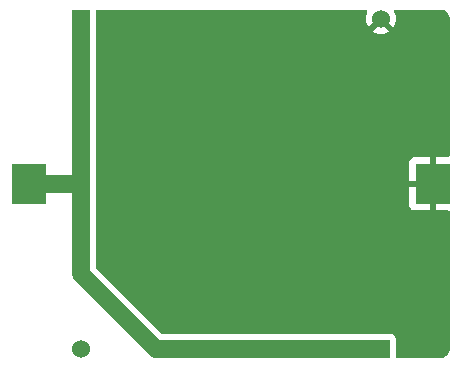
<source format=gbr>
%TF.GenerationSoftware,KiCad,Pcbnew,(6.0.2)*%
%TF.CreationDate,2022-05-23T22:39:05-07:00*%
%TF.ProjectId,Compaq_Portable_III_Battery,436f6d70-6171-45f5-906f-727461626c65,rev?*%
%TF.SameCoordinates,Original*%
%TF.FileFunction,Copper,L1,Top*%
%TF.FilePolarity,Positive*%
%FSLAX46Y46*%
G04 Gerber Fmt 4.6, Leading zero omitted, Abs format (unit mm)*
G04 Created by KiCad (PCBNEW (6.0.2)) date 2022-05-23 22:39:05*
%MOMM*%
%LPD*%
G01*
G04 APERTURE LIST*
%TA.AperFunction,ComponentPad*%
%ADD10C,1.524000*%
%TD*%
%TA.AperFunction,ComponentPad*%
%ADD11R,1.524000X1.524000*%
%TD*%
%TA.AperFunction,SMDPad,CuDef*%
%ADD12R,3.000000X3.500000*%
%TD*%
%TA.AperFunction,ViaPad*%
%ADD13C,0.800000*%
%TD*%
%TA.AperFunction,Conductor*%
%ADD14C,1.500000*%
%TD*%
%TA.AperFunction,Conductor*%
%ADD15C,0.250000*%
%TD*%
G04 APERTURE END LIST*
D10*
%TO.P,J2,1,Pin_1*%
%TO.N,GND*%
X133350000Y-77470000D03*
%TD*%
D11*
%TO.P,J1,1,Pin_1*%
%TO.N,VMEM*%
X107950000Y-77470000D03*
%TD*%
%TO.P,J4,1,Pin_1*%
%TO.N,VMEM*%
X133350000Y-105410000D03*
%TD*%
D10*
%TO.P,J3,1,Pin_1*%
%TO.N,GND*%
X107950000Y-105410000D03*
%TD*%
D12*
%TO.P,BT1,1,+*%
%TO.N,VMEM*%
X103550000Y-91440000D03*
%TO.P,BT1,2,-*%
%TO.N,GND*%
X137750000Y-91440000D03*
%TD*%
D13*
%TO.N,GND*%
X115570000Y-100330000D03*
X113030000Y-97790000D03*
X113030000Y-100330000D03*
X115570000Y-97790000D03*
%TD*%
D14*
%TO.N,VMEM*%
X114300000Y-105410000D02*
X133350000Y-105410000D01*
X107950000Y-99060000D02*
X114300000Y-105410000D01*
X107950000Y-91440000D02*
X107950000Y-99060000D01*
D15*
%TO.N,GND*%
X115570000Y-97790000D02*
X113030000Y-97790000D01*
X121920000Y-91440000D02*
X137750000Y-91440000D01*
X113030000Y-100330000D02*
X121920000Y-91440000D01*
D14*
%TO.N,VMEM*%
X107950000Y-91440000D02*
X103550000Y-91440000D01*
X107950000Y-77470000D02*
X107950000Y-91440000D01*
D15*
%TO.N,GND*%
X133350000Y-77470000D02*
X137750000Y-81870000D01*
X137750000Y-81870000D02*
X137750000Y-91440000D01*
%TD*%
%TA.AperFunction,Conductor*%
%TO.N,GND*%
G36*
X132174377Y-76728002D02*
G01*
X132220870Y-76781658D01*
X132230974Y-76851932D01*
X132220451Y-76887250D01*
X132154355Y-77028993D01*
X132150609Y-77039285D01*
X132095941Y-77243309D01*
X132094038Y-77254104D01*
X132075628Y-77464525D01*
X132075628Y-77475475D01*
X132094038Y-77685896D01*
X132095941Y-77696691D01*
X132150609Y-77900715D01*
X132154355Y-77911007D01*
X132243623Y-78102441D01*
X132249103Y-78111932D01*
X132279794Y-78155765D01*
X132290271Y-78164140D01*
X132303718Y-78157072D01*
X133260905Y-77199885D01*
X133323217Y-77165859D01*
X133394032Y-77170924D01*
X133439095Y-77199885D01*
X134397003Y-78157793D01*
X134408777Y-78164223D01*
X134420793Y-78154926D01*
X134450897Y-78111932D01*
X134456377Y-78102441D01*
X134545645Y-77911007D01*
X134549391Y-77900715D01*
X134604059Y-77696691D01*
X134605962Y-77685896D01*
X134624372Y-77475475D01*
X134624372Y-77464525D01*
X134605962Y-77254104D01*
X134604059Y-77243309D01*
X134549391Y-77039285D01*
X134545645Y-77028993D01*
X134479549Y-76887250D01*
X134468888Y-76817058D01*
X134497868Y-76752246D01*
X134557288Y-76713389D01*
X134593744Y-76708000D01*
X138380672Y-76708000D01*
X138400057Y-76709500D01*
X138414858Y-76711805D01*
X138414861Y-76711805D01*
X138423730Y-76713186D01*
X138434728Y-76711748D01*
X138463411Y-76711291D01*
X138566307Y-76721425D01*
X138590531Y-76726244D01*
X138709733Y-76762404D01*
X138732553Y-76771856D01*
X138842400Y-76830570D01*
X138862938Y-76844293D01*
X138959223Y-76923312D01*
X138976688Y-76940777D01*
X139055707Y-77037062D01*
X139069430Y-77057600D01*
X139128144Y-77167447D01*
X139137596Y-77190267D01*
X139173756Y-77309469D01*
X139178575Y-77333695D01*
X139188044Y-77429834D01*
X139187592Y-77445876D01*
X139188305Y-77445885D01*
X139188195Y-77454858D01*
X139186814Y-77463730D01*
X139187978Y-77472632D01*
X139187978Y-77472635D01*
X139190936Y-77495251D01*
X139192000Y-77511589D01*
X139192000Y-89056000D01*
X139171998Y-89124121D01*
X139118342Y-89170614D01*
X139066000Y-89182000D01*
X138022115Y-89182000D01*
X138006876Y-89186475D01*
X138005671Y-89187865D01*
X138004000Y-89195548D01*
X138004000Y-93679884D01*
X138008475Y-93695123D01*
X138009865Y-93696328D01*
X138017548Y-93697999D01*
X139066000Y-93697999D01*
X139134121Y-93718001D01*
X139180614Y-93771657D01*
X139192000Y-93823999D01*
X139192000Y-105360672D01*
X139190500Y-105380056D01*
X139186814Y-105403730D01*
X139188252Y-105414728D01*
X139188709Y-105443412D01*
X139178575Y-105546305D01*
X139173756Y-105570531D01*
X139137596Y-105689733D01*
X139128144Y-105712553D01*
X139069430Y-105822400D01*
X139055707Y-105842938D01*
X138976688Y-105939223D01*
X138959223Y-105956688D01*
X138862938Y-106035707D01*
X138842400Y-106049430D01*
X138732553Y-106108144D01*
X138709733Y-106117596D01*
X138590531Y-106153756D01*
X138566307Y-106158575D01*
X138470163Y-106168044D01*
X138454124Y-106167592D01*
X138454115Y-106168305D01*
X138445142Y-106168195D01*
X138436270Y-106166814D01*
X138427368Y-106167978D01*
X138427365Y-106167978D01*
X138404749Y-106170936D01*
X138388411Y-106172000D01*
X134746500Y-106172000D01*
X134678379Y-106151998D01*
X134631886Y-106098342D01*
X134620500Y-106046000D01*
X134620500Y-104599866D01*
X134613745Y-104537684D01*
X134562615Y-104401295D01*
X134475261Y-104284739D01*
X134358705Y-104197385D01*
X134222316Y-104146255D01*
X134160134Y-104139500D01*
X132539866Y-104139500D01*
X132536469Y-104139869D01*
X132485534Y-104145402D01*
X132485532Y-104145402D01*
X132477684Y-104146255D01*
X132472149Y-104148330D01*
X132445117Y-104151500D01*
X114873477Y-104151500D01*
X114805356Y-104131498D01*
X114784382Y-104114595D01*
X109245405Y-98575617D01*
X109211379Y-98513305D01*
X109208500Y-98486522D01*
X109208500Y-93234669D01*
X135742001Y-93234669D01*
X135742371Y-93241490D01*
X135747895Y-93292352D01*
X135751521Y-93307604D01*
X135796676Y-93428054D01*
X135805214Y-93443649D01*
X135881715Y-93545724D01*
X135894276Y-93558285D01*
X135996351Y-93634786D01*
X136011946Y-93643324D01*
X136132394Y-93688478D01*
X136147649Y-93692105D01*
X136198514Y-93697631D01*
X136205328Y-93698000D01*
X137477885Y-93698000D01*
X137493124Y-93693525D01*
X137494329Y-93692135D01*
X137496000Y-93684452D01*
X137496000Y-91712115D01*
X137491525Y-91696876D01*
X137490135Y-91695671D01*
X137482452Y-91694000D01*
X135760116Y-91694000D01*
X135744877Y-91698475D01*
X135743672Y-91699865D01*
X135742001Y-91707548D01*
X135742001Y-93234669D01*
X109208500Y-93234669D01*
X109208500Y-91481346D01*
X109208709Y-91474093D01*
X109212640Y-91405912D01*
X109212963Y-91400310D01*
X109212289Y-91394743D01*
X109212289Y-91394732D01*
X109209413Y-91370965D01*
X109208500Y-91355828D01*
X109208500Y-91167885D01*
X135742000Y-91167885D01*
X135746475Y-91183124D01*
X135747865Y-91184329D01*
X135755548Y-91186000D01*
X137477885Y-91186000D01*
X137493124Y-91181525D01*
X137494329Y-91180135D01*
X137496000Y-91172452D01*
X137496000Y-89200116D01*
X137491525Y-89184877D01*
X137490135Y-89183672D01*
X137482452Y-89182001D01*
X136205331Y-89182001D01*
X136198510Y-89182371D01*
X136147648Y-89187895D01*
X136132396Y-89191521D01*
X136011946Y-89236676D01*
X135996351Y-89245214D01*
X135894276Y-89321715D01*
X135881715Y-89334276D01*
X135805214Y-89436351D01*
X135796676Y-89451946D01*
X135751522Y-89572394D01*
X135747895Y-89587649D01*
X135742369Y-89638514D01*
X135742000Y-89645328D01*
X135742000Y-91167885D01*
X109208500Y-91167885D01*
X109208500Y-78528777D01*
X132655777Y-78528777D01*
X132665074Y-78540793D01*
X132708069Y-78570898D01*
X132717555Y-78576376D01*
X132908993Y-78665645D01*
X132919285Y-78669391D01*
X133123309Y-78724059D01*
X133134104Y-78725962D01*
X133344525Y-78744372D01*
X133355475Y-78744372D01*
X133565896Y-78725962D01*
X133576691Y-78724059D01*
X133780715Y-78669391D01*
X133791007Y-78665645D01*
X133982445Y-78576376D01*
X133991931Y-78570898D01*
X134035764Y-78540207D01*
X134044139Y-78529729D01*
X134037071Y-78516281D01*
X133362812Y-77842022D01*
X133348868Y-77834408D01*
X133347035Y-77834539D01*
X133340420Y-77838790D01*
X132662207Y-78517003D01*
X132655777Y-78528777D01*
X109208500Y-78528777D01*
X109208500Y-78374883D01*
X109211670Y-78347851D01*
X109213745Y-78342316D01*
X109220500Y-78280134D01*
X109220500Y-76834000D01*
X109240502Y-76765879D01*
X109294158Y-76719386D01*
X109346500Y-76708000D01*
X132106256Y-76708000D01*
X132174377Y-76728002D01*
G37*
%TD.AperFunction*%
%TD*%
M02*

</source>
